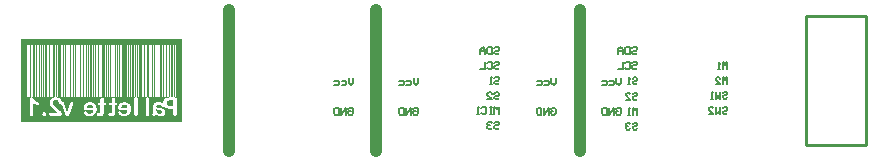
<source format=gbo>
G04 Layer_Color=32896*
%FSLAX25Y25*%
%MOIN*%
G70*
G01*
G75*
%ADD31C,0.01000*%
%ADD48C,0.00500*%
%ADD49C,0.03937*%
G36*
X77658Y9843D02*
X24016D01*
Y37500D01*
X77658D01*
Y9843D01*
D02*
G37*
%LPC*%
G36*
X36749Y35500D02*
X36526D01*
Y18128D01*
X36749D01*
Y35500D01*
D02*
G37*
G36*
X36302D02*
X36079D01*
Y18128D01*
X36302D01*
Y35500D01*
D02*
G37*
G36*
X38762D02*
X38315D01*
Y18128D01*
X38762D01*
Y35500D01*
D02*
G37*
G36*
X37867D02*
X37197D01*
Y18128D01*
X37867D01*
Y35500D01*
D02*
G37*
G36*
X33842D02*
X33619D01*
Y18128D01*
X33842D01*
Y35500D01*
D02*
G37*
G36*
X33172D02*
X32501D01*
Y18128D01*
X33172D01*
Y35500D01*
D02*
G37*
G36*
X35631D02*
X35184D01*
Y18128D01*
X35631D01*
Y35500D01*
D02*
G37*
G36*
X34737D02*
X34066D01*
Y18128D01*
X34737D01*
Y35500D01*
D02*
G37*
G36*
X39880D02*
X38985D01*
Y18128D01*
X39880D01*
Y35500D01*
D02*
G37*
G36*
X44576D02*
X43905D01*
Y18128D01*
X44576D01*
Y35500D01*
D02*
G37*
G36*
X43681D02*
X42787D01*
Y18128D01*
X43681D01*
Y35500D01*
D02*
G37*
G36*
X46141D02*
X45917D01*
Y18128D01*
X46141D01*
Y35500D01*
D02*
G37*
G36*
X45694D02*
X44799D01*
Y18128D01*
X45694D01*
Y35500D01*
D02*
G37*
G36*
X41221D02*
X40551D01*
Y18128D01*
X41221D01*
Y35500D01*
D02*
G37*
G36*
X40327D02*
X40104D01*
Y18128D01*
X40327D01*
Y35500D01*
D02*
G37*
G36*
X42563D02*
X42340D01*
Y18128D01*
X42563D01*
Y35500D01*
D02*
G37*
G36*
X41892D02*
X41669D01*
Y18128D01*
X41892D01*
Y35500D01*
D02*
G37*
G36*
X32054D02*
X31606D01*
Y18128D01*
X32054D01*
Y35500D01*
D02*
G37*
G36*
X58415Y16352D02*
X58305D01*
X58241Y16343D01*
X58178Y16334D01*
X58023Y16316D01*
X57841Y16279D01*
X57649Y16233D01*
X57458Y16161D01*
X57276Y16070D01*
X57267D01*
X57258Y16060D01*
X57194Y16015D01*
X57112Y15960D01*
X57012Y15869D01*
X56893Y15769D01*
X56775Y15641D01*
X56665Y15505D01*
X56565Y15341D01*
Y15332D01*
X56556Y15323D01*
X56529Y15268D01*
X56492Y15177D01*
X56447Y15067D01*
X56401Y14931D01*
X56365Y14776D01*
X56337Y14612D01*
X56328Y14439D01*
Y14421D01*
Y14366D01*
X56337Y14293D01*
X56356Y14211D01*
X56392Y14111D01*
X56429Y14020D01*
X56492Y13947D01*
X56574Y13883D01*
X56583Y13874D01*
X56620Y13865D01*
X56675Y13847D01*
X56748Y13828D01*
X56848Y13801D01*
X56966Y13783D01*
X57103Y13774D01*
X57258Y13765D01*
X59471D01*
Y13747D01*
Y13701D01*
X59462Y13628D01*
X59453Y13528D01*
X59435Y13428D01*
X59408Y13309D01*
X59371Y13191D01*
X59326Y13072D01*
X59316Y13063D01*
X59298Y13027D01*
X59262Y12972D01*
X59216Y12908D01*
X59162Y12835D01*
X59089Y12763D01*
X59016Y12699D01*
X58925Y12635D01*
X58916Y12626D01*
X58879Y12617D01*
X58825Y12589D01*
X58761Y12562D01*
X58679Y12535D01*
X58579Y12517D01*
X58469Y12498D01*
X58360Y12489D01*
X58287D01*
X58241Y12498D01*
X58123Y12508D01*
X57996Y12535D01*
X57986D01*
X57968Y12544D01*
X57932Y12553D01*
X57886Y12571D01*
X57786Y12617D01*
X57668Y12681D01*
X57658Y12690D01*
X57640Y12699D01*
X57613Y12717D01*
X57577Y12744D01*
X57476Y12817D01*
X57376Y12899D01*
X57367Y12908D01*
X57349Y12918D01*
X57321Y12945D01*
X57285Y12981D01*
X57230Y13027D01*
X57176Y13081D01*
X57030Y13218D01*
X57012Y13227D01*
X56966Y13255D01*
X56893Y13282D01*
X56784Y13291D01*
X56757D01*
X56720Y13282D01*
X56684D01*
X56593Y13246D01*
X56547Y13227D01*
X56502Y13191D01*
X56492D01*
X56483Y13173D01*
X56447Y13127D01*
X56410Y13045D01*
X56392Y12990D01*
Y12927D01*
Y12918D01*
Y12899D01*
X56401Y12863D01*
X56410Y12826D01*
X56419Y12772D01*
X56438Y12708D01*
X56474Y12635D01*
X56511Y12562D01*
X56520Y12553D01*
X56529Y12526D01*
X56565Y12489D01*
X56602Y12435D01*
X56647Y12380D01*
X56711Y12316D01*
X56784Y12243D01*
X56875Y12171D01*
X56884Y12161D01*
X56921Y12143D01*
X56975Y12107D01*
X57039Y12061D01*
X57130Y12016D01*
X57239Y11961D01*
X57358Y11915D01*
X57485Y11861D01*
X57504Y11852D01*
X57549Y11842D01*
X57622Y11824D01*
X57731Y11806D01*
X57850Y11779D01*
X57996Y11761D01*
X58160Y11751D01*
X58333Y11742D01*
X58433D01*
X58515Y11751D01*
X58606Y11761D01*
X58706Y11779D01*
X58825Y11797D01*
X58952Y11824D01*
X59225Y11897D01*
X59371Y11943D01*
X59508Y12007D01*
X59645Y12079D01*
X59781Y12161D01*
X59909Y12252D01*
X60027Y12362D01*
X60036Y12371D01*
X60054Y12389D01*
X60082Y12426D01*
X60118Y12471D01*
X60164Y12535D01*
X60218Y12617D01*
X60273Y12699D01*
X60328Y12808D01*
X60382Y12918D01*
X60437Y13045D01*
X60492Y13182D01*
X60537Y13337D01*
X60574Y13500D01*
X60601Y13665D01*
X60619Y13856D01*
X60628Y14047D01*
Y14056D01*
Y14065D01*
Y14093D01*
Y14129D01*
X60619Y14229D01*
X60610Y14348D01*
X60592Y14493D01*
X60565Y14648D01*
X60528Y14812D01*
X60483Y14976D01*
Y14986D01*
X60474Y14995D01*
X60455Y15049D01*
X60419Y15131D01*
X60373Y15231D01*
X60309Y15341D01*
X60237Y15468D01*
X60155Y15596D01*
X60054Y15714D01*
X60045Y15732D01*
X60000Y15769D01*
X59936Y15824D01*
X59854Y15887D01*
X59754Y15969D01*
X59635Y16042D01*
X59499Y16124D01*
X59344Y16188D01*
X59335D01*
X59326Y16197D01*
X59271Y16215D01*
X59180Y16243D01*
X59070Y16270D01*
X58934Y16297D01*
X58779Y16325D01*
X58597Y16343D01*
X58415Y16352D01*
D02*
G37*
G36*
X46959D02*
X46850D01*
X46786Y16343D01*
X46722Y16334D01*
X46567Y16316D01*
X46385Y16279D01*
X46194Y16233D01*
X46002Y16161D01*
X45820Y16070D01*
X45811D01*
X45802Y16060D01*
X45738Y16015D01*
X45656Y15960D01*
X45556Y15869D01*
X45437Y15769D01*
X45319Y15641D01*
X45210Y15505D01*
X45110Y15341D01*
Y15332D01*
X45100Y15323D01*
X45073Y15268D01*
X45037Y15177D01*
X44991Y15067D01*
X44945Y14931D01*
X44909Y14776D01*
X44882Y14612D01*
X44873Y14439D01*
Y14421D01*
Y14366D01*
X44882Y14293D01*
X44900Y14211D01*
X44936Y14111D01*
X44973Y14020D01*
X45037Y13947D01*
X45119Y13883D01*
X45128Y13874D01*
X45164Y13865D01*
X45219Y13847D01*
X45292Y13828D01*
X45392Y13801D01*
X45510Y13783D01*
X45647Y13774D01*
X45802Y13765D01*
X48016D01*
Y13747D01*
Y13701D01*
X48006Y13628D01*
X47997Y13528D01*
X47979Y13428D01*
X47952Y13309D01*
X47915Y13191D01*
X47870Y13072D01*
X47861Y13063D01*
X47842Y13027D01*
X47806Y12972D01*
X47760Y12908D01*
X47706Y12835D01*
X47633Y12763D01*
X47560Y12699D01*
X47469Y12635D01*
X47460Y12626D01*
X47423Y12617D01*
X47369Y12589D01*
X47305Y12562D01*
X47223Y12535D01*
X47123Y12517D01*
X47014Y12498D01*
X46904Y12489D01*
X46831D01*
X46786Y12498D01*
X46667Y12508D01*
X46540Y12535D01*
X46531D01*
X46512Y12544D01*
X46476Y12553D01*
X46431Y12571D01*
X46330Y12617D01*
X46212Y12681D01*
X46203Y12690D01*
X46185Y12699D01*
X46157Y12717D01*
X46121Y12744D01*
X46020Y12817D01*
X45920Y12899D01*
X45911Y12908D01*
X45893Y12918D01*
X45866Y12945D01*
X45829Y12981D01*
X45774Y13027D01*
X45720Y13081D01*
X45574Y13218D01*
X45556Y13227D01*
X45510Y13255D01*
X45437Y13282D01*
X45328Y13291D01*
X45301D01*
X45264Y13282D01*
X45228D01*
X45137Y13246D01*
X45091Y13227D01*
X45046Y13191D01*
X45037D01*
X45028Y13173D01*
X44991Y13127D01*
X44955Y13045D01*
X44936Y12990D01*
Y12927D01*
Y12918D01*
Y12899D01*
X44945Y12863D01*
X44955Y12826D01*
X44964Y12772D01*
X44982Y12708D01*
X45018Y12635D01*
X45055Y12562D01*
X45064Y12553D01*
X45073Y12526D01*
X45110Y12489D01*
X45146Y12435D01*
X45191Y12380D01*
X45255Y12316D01*
X45328Y12243D01*
X45419Y12171D01*
X45428Y12161D01*
X45465Y12143D01*
X45520Y12107D01*
X45583Y12061D01*
X45674Y12016D01*
X45784Y11961D01*
X45902Y11915D01*
X46030Y11861D01*
X46048Y11852D01*
X46093Y11842D01*
X46166Y11824D01*
X46276Y11806D01*
X46394Y11779D01*
X46540Y11761D01*
X46704Y11751D01*
X46877Y11742D01*
X46977D01*
X47059Y11751D01*
X47150Y11761D01*
X47250Y11779D01*
X47369Y11797D01*
X47496Y11824D01*
X47770Y11897D01*
X47915Y11943D01*
X48052Y12007D01*
X48189Y12079D01*
X48325Y12161D01*
X48453Y12252D01*
X48571Y12362D01*
X48580Y12371D01*
X48599Y12389D01*
X48626Y12426D01*
X48662Y12471D01*
X48708Y12535D01*
X48763Y12617D01*
X48817Y12699D01*
X48872Y12808D01*
X48927Y12918D01*
X48981Y13045D01*
X49036Y13182D01*
X49082Y13337D01*
X49118Y13500D01*
X49145Y13665D01*
X49163Y13856D01*
X49173Y14047D01*
Y14056D01*
Y14065D01*
Y14093D01*
Y14129D01*
X49163Y14229D01*
X49154Y14348D01*
X49136Y14493D01*
X49109Y14648D01*
X49072Y14812D01*
X49027Y14976D01*
Y14986D01*
X49018Y14995D01*
X49000Y15049D01*
X48963Y15131D01*
X48917Y15231D01*
X48854Y15341D01*
X48781Y15468D01*
X48699Y15596D01*
X48599Y15714D01*
X48590Y15732D01*
X48544Y15769D01*
X48480Y15824D01*
X48398Y15887D01*
X48298Y15969D01*
X48180Y16042D01*
X48043Y16124D01*
X47888Y16188D01*
X47879D01*
X47870Y16197D01*
X47815Y16215D01*
X47724Y16243D01*
X47615Y16270D01*
X47478Y16297D01*
X47323Y16325D01*
X47141Y16343D01*
X46959Y16352D01*
D02*
G37*
G36*
X54828Y17883D02*
X54792D01*
X54746Y17873D01*
X54701Y17864D01*
X54637Y17846D01*
X54573Y17810D01*
X54500Y17773D01*
X54437Y17718D01*
X54427Y17709D01*
X54418Y17700D01*
X54373Y17646D01*
X54327Y17564D01*
X54291Y17454D01*
Y17445D01*
X54282Y17427D01*
Y17391D01*
X54273Y17345D01*
X54264Y17281D01*
Y17199D01*
X54254Y17108D01*
Y17008D01*
Y16243D01*
X53808D01*
X53763Y16233D01*
X53708Y16224D01*
X53589Y16197D01*
X53535Y16161D01*
X53480Y16124D01*
X53471Y16115D01*
X53462Y16106D01*
X53444Y16079D01*
X53416Y16051D01*
X53371Y15951D01*
X53362Y15897D01*
X53352Y15833D01*
Y15824D01*
Y15796D01*
X53362Y15760D01*
X53371Y15705D01*
X53398Y15660D01*
X53425Y15605D01*
X53471Y15550D01*
X53535Y15514D01*
X53544D01*
X53571Y15505D01*
X53608Y15486D01*
X53662Y15477D01*
X53735Y15459D01*
X53826Y15441D01*
X53926Y15432D01*
X54254D01*
Y13346D01*
Y13337D01*
Y13300D01*
Y13255D01*
Y13200D01*
X54245Y13063D01*
Y13000D01*
X54236Y12936D01*
Y12927D01*
Y12908D01*
X54218Y12854D01*
X54191Y12772D01*
X54145Y12699D01*
X54127Y12690D01*
X54081Y12662D01*
X53999Y12626D01*
X53945Y12617D01*
X53808D01*
X53726Y12626D01*
X53608Y12644D01*
X53598D01*
X53580Y12653D01*
X53544D01*
X53507Y12662D01*
X53425Y12672D01*
X53343Y12681D01*
X53316D01*
X53261Y12672D01*
X53179Y12635D01*
X53143Y12608D01*
X53097Y12571D01*
X53088Y12562D01*
X53079Y12553D01*
X53043Y12498D01*
X53006Y12407D01*
X52988Y12353D01*
Y12298D01*
Y12289D01*
Y12252D01*
X53006Y12207D01*
X53025Y12143D01*
X53061Y12079D01*
X53116Y12007D01*
X53189Y11943D01*
X53289Y11879D01*
X53298Y11870D01*
X53343Y11861D01*
X53407Y11833D01*
X53507Y11815D01*
X53626Y11788D01*
X53772Y11761D01*
X53945Y11751D01*
X54145Y11742D01*
X54227D01*
X54327Y11751D01*
X54446Y11761D01*
X54573Y11788D01*
X54710Y11815D01*
X54837Y11861D01*
X54947Y11915D01*
X54956Y11925D01*
X54992Y11952D01*
X55038Y11988D01*
X55093Y12043D01*
X55156Y12116D01*
X55211Y12198D01*
X55266Y12298D01*
X55302Y12407D01*
Y12426D01*
X55311Y12462D01*
X55329Y12535D01*
X55339Y12635D01*
X55357Y12754D01*
X55375Y12899D01*
X55384Y13063D01*
Y13255D01*
Y15432D01*
X55575D01*
X55621Y15441D01*
X55676Y15450D01*
X55803Y15477D01*
X55858Y15505D01*
X55912Y15541D01*
X55922Y15550D01*
X55931Y15559D01*
X55949Y15587D01*
X55976Y15623D01*
X56022Y15714D01*
X56031Y15769D01*
X56040Y15833D01*
Y15842D01*
Y15860D01*
X56031Y15897D01*
X56022Y15942D01*
X56003Y15988D01*
X55985Y16033D01*
X55949Y16079D01*
X55903Y16124D01*
X55894Y16133D01*
X55876Y16142D01*
X55849Y16161D01*
X55803Y16188D01*
X55748Y16206D01*
X55676Y16224D01*
X55603Y16233D01*
X55512Y16243D01*
X55384D01*
Y16917D01*
Y16926D01*
Y16962D01*
Y17008D01*
Y17072D01*
Y17217D01*
X55375Y17281D01*
Y17345D01*
Y17354D01*
Y17372D01*
X55366Y17400D01*
X55357Y17436D01*
X55329Y17527D01*
X55293Y17618D01*
Y17627D01*
X55284Y17637D01*
X55247Y17691D01*
X55193Y17746D01*
X55111Y17810D01*
X55102D01*
X55093Y17819D01*
X55065Y17837D01*
X55029Y17846D01*
X54938Y17873D01*
X54828Y17883D01*
D02*
G37*
G36*
X51010D02*
X50973D01*
X50928Y17873D01*
X50882Y17864D01*
X50818Y17846D01*
X50755Y17810D01*
X50682Y17773D01*
X50618Y17718D01*
X50609Y17709D01*
X50600Y17700D01*
X50554Y17646D01*
X50509Y17564D01*
X50472Y17454D01*
Y17445D01*
X50463Y17427D01*
Y17391D01*
X50454Y17345D01*
X50445Y17281D01*
Y17199D01*
X50436Y17108D01*
Y17008D01*
Y16243D01*
X49989D01*
X49944Y16233D01*
X49889Y16224D01*
X49771Y16197D01*
X49716Y16161D01*
X49661Y16124D01*
X49652Y16115D01*
X49643Y16106D01*
X49625Y16079D01*
X49598Y16051D01*
X49552Y15951D01*
X49543Y15897D01*
X49534Y15833D01*
Y15824D01*
Y15796D01*
X49543Y15760D01*
X49552Y15705D01*
X49580Y15660D01*
X49607Y15605D01*
X49652Y15550D01*
X49716Y15514D01*
X49725D01*
X49753Y15505D01*
X49789Y15486D01*
X49844Y15477D01*
X49916Y15459D01*
X50008Y15441D01*
X50108Y15432D01*
X50436D01*
Y13346D01*
Y13337D01*
Y13300D01*
Y13255D01*
Y13200D01*
X50427Y13063D01*
Y13000D01*
X50418Y12936D01*
Y12927D01*
Y12908D01*
X50399Y12854D01*
X50372Y12772D01*
X50327Y12699D01*
X50308Y12690D01*
X50263Y12662D01*
X50181Y12626D01*
X50126Y12617D01*
X49989D01*
X49907Y12626D01*
X49789Y12644D01*
X49780D01*
X49762Y12653D01*
X49725D01*
X49689Y12662D01*
X49607Y12672D01*
X49525Y12681D01*
X49498D01*
X49443Y12672D01*
X49361Y12635D01*
X49324Y12608D01*
X49279Y12571D01*
X49270Y12562D01*
X49261Y12553D01*
X49224Y12498D01*
X49188Y12407D01*
X49169Y12353D01*
Y12298D01*
Y12289D01*
Y12252D01*
X49188Y12207D01*
X49206Y12143D01*
X49242Y12079D01*
X49297Y12007D01*
X49370Y11943D01*
X49470Y11879D01*
X49479Y11870D01*
X49525Y11861D01*
X49589Y11833D01*
X49689Y11815D01*
X49807Y11788D01*
X49953Y11761D01*
X50126Y11751D01*
X50327Y11742D01*
X50409D01*
X50509Y11751D01*
X50627Y11761D01*
X50755Y11788D01*
X50891Y11815D01*
X51019Y11861D01*
X51128Y11915D01*
X51137Y11925D01*
X51174Y11952D01*
X51219Y11988D01*
X51274Y12043D01*
X51338Y12116D01*
X51392Y12198D01*
X51447Y12298D01*
X51484Y12407D01*
Y12426D01*
X51493Y12462D01*
X51511Y12535D01*
X51520Y12635D01*
X51538Y12754D01*
X51556Y12899D01*
X51565Y13063D01*
Y13255D01*
Y15432D01*
X51757D01*
X51802Y15441D01*
X51857Y15450D01*
X51985Y15477D01*
X52039Y15505D01*
X52094Y15541D01*
X52103Y15550D01*
X52112Y15559D01*
X52130Y15587D01*
X52158Y15623D01*
X52203Y15714D01*
X52212Y15769D01*
X52221Y15833D01*
Y15842D01*
Y15860D01*
X52212Y15897D01*
X52203Y15942D01*
X52185Y15988D01*
X52167Y16033D01*
X52130Y16079D01*
X52085Y16124D01*
X52076Y16133D01*
X52057Y16142D01*
X52030Y16161D01*
X51985Y16188D01*
X51930Y16206D01*
X51857Y16224D01*
X51784Y16233D01*
X51693Y16243D01*
X51565D01*
Y16917D01*
Y16926D01*
Y16962D01*
Y17008D01*
Y17072D01*
Y17217D01*
X51556Y17281D01*
Y17345D01*
Y17354D01*
Y17372D01*
X51547Y17400D01*
X51538Y17436D01*
X51511Y17527D01*
X51474Y17618D01*
Y17627D01*
X51465Y17637D01*
X51429Y17691D01*
X51374Y17746D01*
X51292Y17810D01*
X51283D01*
X51274Y17819D01*
X51247Y17837D01*
X51210Y17846D01*
X51119Y17873D01*
X51010Y17883D01*
D02*
G37*
G36*
X35530Y17964D02*
X35421D01*
X35366Y17955D01*
X35303D01*
X35157Y17937D01*
X34984Y17919D01*
X34802Y17883D01*
X34619Y17828D01*
X34446Y17764D01*
X34437Y17755D01*
X34401Y17737D01*
X34346Y17709D01*
X34273Y17664D01*
X34191Y17609D01*
X34109Y17545D01*
X34018Y17472D01*
X33936Y17391D01*
X33927Y17381D01*
X33900Y17354D01*
X33854Y17299D01*
X33809Y17236D01*
X33754Y17163D01*
X33690Y17072D01*
X33636Y16962D01*
X33590Y16853D01*
X33581Y16844D01*
X33572Y16798D01*
X33553Y16744D01*
X33526Y16662D01*
X33499Y16571D01*
X33481Y16461D01*
X33472Y16343D01*
X33462Y16224D01*
Y16215D01*
Y16197D01*
Y16170D01*
Y16133D01*
X33472Y16042D01*
X33499Y15915D01*
X33526Y15769D01*
X33572Y15614D01*
X33636Y15450D01*
X33727Y15286D01*
X33736Y15268D01*
X33772Y15213D01*
X33818Y15140D01*
X33891Y15049D01*
X33964Y14940D01*
X34055Y14831D01*
X34146Y14721D01*
X34246Y14621D01*
X34255Y14612D01*
X34301Y14575D01*
X34364Y14521D01*
X34455Y14439D01*
X34583Y14339D01*
X34738Y14202D01*
X34920Y14056D01*
X35139Y13874D01*
X35148Y13865D01*
X35166Y13856D01*
X35193Y13828D01*
X35239Y13792D01*
X35348Y13701D01*
X35476Y13582D01*
X35622Y13455D01*
X35758Y13327D01*
X35886Y13200D01*
X35940Y13136D01*
X35986Y13081D01*
Y13072D01*
X36004Y13063D01*
X36050Y13009D01*
X36113Y12927D01*
X36195Y12817D01*
X33973D01*
X33918Y12808D01*
X33845Y12799D01*
X33763Y12781D01*
X33681Y12763D01*
X33599Y12726D01*
X33535Y12681D01*
X33526Y12672D01*
X33508Y12653D01*
X33481Y12626D01*
X33444Y12589D01*
X33417Y12535D01*
X33390Y12471D01*
X33371Y12407D01*
X33362Y12325D01*
Y12316D01*
Y12289D01*
X33371Y12252D01*
X33380Y12207D01*
X33399Y12152D01*
X33417Y12088D01*
X33453Y12034D01*
X33499Y11979D01*
X33508Y11970D01*
X33526Y11961D01*
X33553Y11934D01*
X33599Y11915D01*
X33663Y11888D01*
X33727Y11861D01*
X33809Y11852D01*
X33909Y11842D01*
X37015D01*
X37070Y11852D01*
X37134Y11861D01*
X37216Y11879D01*
X37298Y11915D01*
X37380Y11952D01*
X37453Y12007D01*
X37462Y12016D01*
X37480Y12034D01*
X37507Y12070D01*
X37535Y12125D01*
X37571Y12180D01*
X37598Y12252D01*
X37617Y12335D01*
X37626Y12416D01*
Y12426D01*
Y12444D01*
X37617Y12480D01*
X37607Y12517D01*
X37598Y12580D01*
X37580Y12644D01*
X37553Y12717D01*
X37516Y12808D01*
X37507Y12817D01*
X37498Y12854D01*
X37471Y12890D01*
X37444Y12954D01*
X37361Y13081D01*
X37316Y13145D01*
X37270Y13200D01*
X37261Y13209D01*
X37243Y13227D01*
X37216Y13255D01*
X37179Y13300D01*
X37125Y13346D01*
X37070Y13400D01*
X36933Y13537D01*
X36779Y13692D01*
X36615Y13856D01*
X36441Y14020D01*
X36268Y14175D01*
X36259Y14184D01*
X36250Y14193D01*
X36195Y14239D01*
X36113Y14311D01*
X36022Y14393D01*
X35913Y14484D01*
X35813Y14575D01*
X35713Y14658D01*
X35631Y14721D01*
X35612Y14730D01*
X35576Y14767D01*
X35512Y14812D01*
X35430Y14867D01*
X35348Y14940D01*
X35248Y15022D01*
X35157Y15113D01*
X35066Y15204D01*
X35057Y15213D01*
X35029Y15250D01*
X34984Y15295D01*
X34938Y15359D01*
X34884Y15432D01*
X34820Y15523D01*
X34765Y15614D01*
X34720Y15705D01*
X34710Y15714D01*
X34701Y15751D01*
X34683Y15796D01*
X34656Y15860D01*
X34638Y15942D01*
X34619Y16024D01*
X34610Y16115D01*
X34601Y16206D01*
Y16215D01*
Y16252D01*
X34610Y16297D01*
X34619Y16361D01*
X34628Y16434D01*
X34656Y16516D01*
X34683Y16598D01*
X34729Y16680D01*
X34738Y16689D01*
X34756Y16716D01*
X34783Y16753D01*
X34820Y16798D01*
X34865Y16853D01*
X34929Y16908D01*
X34993Y16962D01*
X35075Y17008D01*
X35084Y17017D01*
X35111Y17026D01*
X35157Y17044D01*
X35212Y17072D01*
X35284Y17090D01*
X35366Y17108D01*
X35458Y17117D01*
X35549Y17126D01*
X35603D01*
X35640Y17117D01*
X35740Y17099D01*
X35858Y17063D01*
X35995Y17008D01*
X36141Y16926D01*
X36214Y16871D01*
X36277Y16807D01*
X36341Y16725D01*
X36405Y16644D01*
X36414Y16625D01*
X36423Y16607D01*
X36441Y16580D01*
X36460Y16534D01*
X36487Y16470D01*
X36514Y16398D01*
X36551Y16297D01*
Y16288D01*
X36569Y16252D01*
X36587Y16206D01*
X36615Y16142D01*
X36678Y16006D01*
X36724Y15933D01*
X36769Y15869D01*
X36779Y15860D01*
X36788Y15851D01*
X36815Y15824D01*
X36860Y15796D01*
X36906Y15769D01*
X36970Y15751D01*
X37043Y15732D01*
X37125Y15723D01*
X37161D01*
X37198Y15732D01*
X37243Y15742D01*
X37298Y15760D01*
X37321Y15766D01*
X37322Y15760D01*
X37340Y15687D01*
Y15669D01*
X37358Y15623D01*
X37377Y15568D01*
X37404Y15496D01*
X37413Y15477D01*
X37431Y15441D01*
X37450Y15377D01*
X37486Y15295D01*
X38570Y12608D01*
Y12599D01*
X38579Y12589D01*
X38588Y12562D01*
X38597Y12526D01*
X38643Y12435D01*
X38688Y12307D01*
Y12298D01*
X38698Y12280D01*
X38716Y12243D01*
X38734Y12207D01*
X38789Y12107D01*
X38853Y12007D01*
Y11997D01*
X38871Y11988D01*
X38916Y11934D01*
X38989Y11870D01*
X39080Y11815D01*
X39089D01*
X39099Y11806D01*
X39126Y11797D01*
X39162Y11779D01*
X39263Y11751D01*
X39390Y11742D01*
X39426D01*
X39472Y11751D01*
X39527Y11761D01*
X39654Y11788D01*
X39718Y11815D01*
X39773Y11852D01*
X39782Y11861D01*
X39800Y11870D01*
X39855Y11925D01*
X39928Y11997D01*
X39991Y12088D01*
Y12098D01*
X40000Y12116D01*
X40019Y12152D01*
X40046Y12198D01*
X40073Y12271D01*
X40110Y12362D01*
X40164Y12471D01*
X40219Y12608D01*
X41294Y15268D01*
Y15277D01*
X41303Y15286D01*
X41321Y15332D01*
X41339Y15395D01*
X41376Y15468D01*
Y15477D01*
X41385Y15486D01*
X41394Y15532D01*
X41421Y15596D01*
X41440Y15669D01*
Y15678D01*
Y15687D01*
X41449Y15732D01*
X41458Y15796D01*
Y15851D01*
Y15860D01*
Y15869D01*
X41449Y15924D01*
X41431Y15997D01*
X41394Y16079D01*
Y16088D01*
X41385Y16097D01*
X41339Y16152D01*
X41285Y16206D01*
X41203Y16270D01*
X41194D01*
X41185Y16279D01*
X41157Y16297D01*
X41121Y16306D01*
X41030Y16334D01*
X40930Y16343D01*
X40884D01*
X40839Y16334D01*
X40775Y16325D01*
X40711Y16306D01*
X40647Y16270D01*
X40593Y16233D01*
X40547Y16179D01*
X40538Y16170D01*
X40529Y16152D01*
X40501Y16106D01*
X40474Y16051D01*
X40438Y15969D01*
X40401Y15878D01*
X40356Y15769D01*
X40310Y15632D01*
X39390Y13063D01*
X38406Y15742D01*
X38397Y15760D01*
X38388Y15796D01*
X38361Y15851D01*
X38333Y15924D01*
X38260Y16079D01*
X38215Y16152D01*
X38178Y16206D01*
X38169Y16215D01*
X38160Y16224D01*
X38133Y16252D01*
X38087Y16279D01*
X38042Y16297D01*
X37978Y16325D01*
X37914Y16334D01*
X37832Y16343D01*
X37796D01*
X37759Y16334D01*
X37705Y16325D01*
X37650Y16306D01*
X37607Y16288D01*
X37598Y16343D01*
X37589Y16416D01*
X37580Y16507D01*
X37553Y16607D01*
X37525Y16716D01*
X37480Y16835D01*
X37471Y16853D01*
X37453Y16890D01*
X37425Y16944D01*
X37380Y17017D01*
X37334Y17108D01*
X37261Y17199D01*
X37188Y17299D01*
X37097Y17391D01*
X37088Y17400D01*
X37052Y17436D01*
X36997Y17482D01*
X36924Y17536D01*
X36824Y17600D01*
X36715Y17673D01*
X36587Y17737D01*
X36450Y17800D01*
X36441D01*
X36432Y17810D01*
X36378Y17828D01*
X36296Y17855D01*
X36186Y17883D01*
X36050Y17910D01*
X35895Y17937D01*
X35722Y17955D01*
X35530Y17964D01*
D02*
G37*
G36*
X31753Y12990D02*
X31707D01*
X31662Y12981D01*
X31598Y12972D01*
X31525Y12945D01*
X31452Y12918D01*
X31379Y12872D01*
X31306Y12808D01*
X31297Y12799D01*
X31279Y12772D01*
X31243Y12735D01*
X31206Y12690D01*
X31179Y12626D01*
X31142Y12544D01*
X31124Y12462D01*
X31115Y12371D01*
Y12362D01*
Y12325D01*
X31124Y12271D01*
X31142Y12198D01*
X31161Y12125D01*
X31197Y12052D01*
X31243Y11970D01*
X31306Y11906D01*
X31315Y11897D01*
X31343Y11879D01*
X31379Y11852D01*
X31425Y11824D01*
X31489Y11797D01*
X31561Y11770D01*
X31644Y11751D01*
X31735Y11742D01*
X31780D01*
X31826Y11751D01*
X31890Y11761D01*
X31962Y11779D01*
X32035Y11815D01*
X32108Y11852D01*
X32181Y11906D01*
X32190Y11915D01*
X32208Y11934D01*
X32236Y11970D01*
X32272Y12025D01*
X32309Y12088D01*
X32336Y12171D01*
X32354Y12262D01*
X32363Y12371D01*
Y12380D01*
Y12416D01*
X32354Y12462D01*
X32345Y12517D01*
X32318Y12580D01*
X32290Y12653D01*
X32245Y12726D01*
X32190Y12799D01*
X32181Y12808D01*
X32154Y12826D01*
X32117Y12863D01*
X32063Y12899D01*
X31999Y12927D01*
X31926Y12963D01*
X31844Y12981D01*
X31753Y12990D01*
D02*
G37*
G36*
X66125Y18028D02*
X66079D01*
X66034Y18019D01*
X65979Y18010D01*
X65915Y17983D01*
X65842Y17955D01*
X65778Y17910D01*
X65715Y17855D01*
X65706Y17846D01*
X65687Y17819D01*
X65660Y17782D01*
X65633Y17728D01*
X65605Y17655D01*
X65578Y17564D01*
X65560Y17454D01*
X65551Y17336D01*
Y12426D01*
Y12407D01*
Y12371D01*
X65560Y12307D01*
X65569Y12234D01*
X65587Y12143D01*
X65624Y12061D01*
X65660Y11979D01*
X65715Y11906D01*
X65724Y11897D01*
X65742Y11879D01*
X65778Y11852D01*
X65824Y11824D01*
X65879Y11797D01*
X65952Y11770D01*
X66034Y11751D01*
X66125Y11742D01*
X66161D01*
X66207Y11751D01*
X66270Y11761D01*
X66334Y11788D01*
X66398Y11815D01*
X66462Y11861D01*
X66526Y11915D01*
X66535Y11925D01*
X66553Y11952D01*
X66571Y11988D01*
X66598Y12052D01*
X66635Y12116D01*
X66653Y12207D01*
X66671Y12307D01*
X66680Y12426D01*
Y17336D01*
Y17354D01*
Y17391D01*
X66671Y17454D01*
X66662Y17527D01*
X66644Y17609D01*
X66617Y17691D01*
X66580Y17773D01*
X66535Y17846D01*
X66526Y17855D01*
X66507Y17873D01*
X66471Y17901D01*
X66425Y17937D01*
X66371Y17974D01*
X66298Y18001D01*
X66216Y18019D01*
X66125Y18028D01*
D02*
G37*
G36*
X62306D02*
X62261D01*
X62215Y18019D01*
X62160Y18010D01*
X62097Y17983D01*
X62024Y17955D01*
X61960Y17910D01*
X61896Y17855D01*
X61887Y17846D01*
X61869Y17819D01*
X61841Y17782D01*
X61814Y17728D01*
X61787Y17655D01*
X61760Y17564D01*
X61741Y17454D01*
X61732Y17336D01*
Y12426D01*
Y12407D01*
Y12371D01*
X61741Y12307D01*
X61750Y12234D01*
X61769Y12143D01*
X61805Y12061D01*
X61841Y11979D01*
X61896Y11906D01*
X61905Y11897D01*
X61923Y11879D01*
X61960Y11852D01*
X62005Y11824D01*
X62060Y11797D01*
X62133Y11770D01*
X62215Y11751D01*
X62306Y11742D01*
X62343D01*
X62388Y11751D01*
X62452Y11761D01*
X62516Y11788D01*
X62579Y11815D01*
X62643Y11861D01*
X62707Y11915D01*
X62716Y11925D01*
X62734Y11952D01*
X62752Y11988D01*
X62780Y12052D01*
X62816Y12116D01*
X62835Y12207D01*
X62853Y12307D01*
X62862Y12426D01*
Y17336D01*
Y17354D01*
Y17391D01*
X62853Y17454D01*
X62844Y17527D01*
X62825Y17609D01*
X62798Y17691D01*
X62762Y17773D01*
X62716Y17846D01*
X62707Y17855D01*
X62689Y17873D01*
X62652Y17901D01*
X62607Y17937D01*
X62552Y17974D01*
X62479Y18001D01*
X62397Y18019D01*
X62306Y18028D01*
D02*
G37*
G36*
X27483Y17964D02*
X27383D01*
X27347Y17955D01*
X27292Y17946D01*
X27237Y17919D01*
X27174Y17892D01*
X27119Y17846D01*
X27064Y17791D01*
X27055Y17782D01*
X27046Y17764D01*
X27019Y17718D01*
X26991Y17664D01*
X26973Y17600D01*
X26946Y17518D01*
X26937Y17427D01*
X26928Y17318D01*
Y12571D01*
Y12562D01*
Y12535D01*
Y12498D01*
X26937Y12444D01*
X26946Y12380D01*
X26955Y12307D01*
X27000Y12161D01*
X27064Y12007D01*
X27110Y11934D01*
X27174Y11870D01*
X27237Y11815D01*
X27310Y11779D01*
X27401Y11751D01*
X27501Y11742D01*
X27547D01*
X27593Y11751D01*
X27647Y11761D01*
X27711Y11779D01*
X27784Y11815D01*
X27848Y11852D01*
X27911Y11906D01*
X27920Y11915D01*
X27930Y11943D01*
X27957Y11979D01*
X27984Y12034D01*
X28012Y12107D01*
X28030Y12189D01*
X28048Y12289D01*
X28057Y12407D01*
Y16188D01*
X28066Y16179D01*
X28103Y16152D01*
X28157Y16115D01*
X28230Y16060D01*
X28312Y15997D01*
X28413Y15933D01*
X28513Y15860D01*
X28631Y15787D01*
X28868Y15632D01*
X28986Y15568D01*
X29105Y15505D01*
X29214Y15450D01*
X29314Y15414D01*
X29406Y15386D01*
X29478Y15377D01*
X29506D01*
X29542Y15386D01*
X29579Y15395D01*
X29633Y15414D01*
X29679Y15432D01*
X29733Y15468D01*
X29788Y15514D01*
X29797Y15523D01*
X29806Y15541D01*
X29834Y15568D01*
X29852Y15605D01*
X29906Y15705D01*
X29916Y15769D01*
X29925Y15833D01*
Y15842D01*
Y15869D01*
X29916Y15906D01*
X29906Y15951D01*
X29870Y16051D01*
X29843Y16097D01*
X29797Y16142D01*
X29788Y16152D01*
X29770Y16161D01*
X29733Y16179D01*
X29688Y16215D01*
X29624Y16252D01*
X29542Y16297D01*
X29442Y16352D01*
X29324Y16407D01*
X29314D01*
X29305Y16416D01*
X29278Y16434D01*
X29241Y16452D01*
X29150Y16498D01*
X29032Y16562D01*
X28904Y16634D01*
X28777Y16716D01*
X28640Y16807D01*
X28522Y16899D01*
X28513Y16908D01*
X28467Y16944D01*
X28413Y16999D01*
X28340Y17072D01*
X28258Y17154D01*
X28176Y17254D01*
X28084Y17363D01*
X27993Y17482D01*
X27984Y17500D01*
X27957Y17536D01*
X27911Y17591D01*
X27866Y17655D01*
X27811Y17728D01*
X27766Y17791D01*
X27720Y17846D01*
X27684Y17883D01*
X27665Y17892D01*
X27620Y17928D01*
X27584Y17937D01*
X27538Y17955D01*
X27483Y17964D01*
D02*
G37*
G36*
X30041Y35500D02*
X29147D01*
Y18128D01*
X30041D01*
Y35500D01*
D02*
G37*
G36*
X28923D02*
X28476D01*
Y18128D01*
X28923D01*
Y35500D01*
D02*
G37*
G36*
X31383D02*
X30935D01*
Y18128D01*
X31383D01*
Y35500D01*
D02*
G37*
G36*
X30712D02*
X30265D01*
Y18128D01*
X30712D01*
Y35500D01*
D02*
G37*
G36*
X26463D02*
X26016D01*
Y18128D01*
X26463D01*
Y35500D01*
D02*
G37*
G36*
X75142Y17928D02*
X73384D01*
X73311Y17919D01*
X73156D01*
X72983Y17901D01*
X72810Y17883D01*
X72637Y17855D01*
X72482Y17819D01*
X72464Y17810D01*
X72418Y17800D01*
X72345Y17773D01*
X72263Y17737D01*
X72163Y17682D01*
X72054Y17627D01*
X71944Y17545D01*
X71835Y17463D01*
X71826Y17454D01*
X71789Y17418D01*
X71744Y17372D01*
X71680Y17299D01*
X71616Y17217D01*
X71544Y17117D01*
X71480Y17008D01*
X71425Y16880D01*
X71416Y16862D01*
X71398Y16817D01*
X71380Y16744D01*
X71352Y16653D01*
X71325Y16534D01*
X71298Y16407D01*
X71289Y16261D01*
X71279Y16097D01*
Y16088D01*
Y16060D01*
Y16060D01*
X71210Y16097D01*
X71055Y16170D01*
X71046D01*
X71036Y16179D01*
X71009Y16188D01*
X70973Y16197D01*
X70927Y16215D01*
X70872Y16224D01*
X70745Y16261D01*
X70581Y16297D01*
X70390Y16325D01*
X70171Y16343D01*
X69934Y16352D01*
X69807D01*
X69752Y16343D01*
X69679D01*
X69506Y16334D01*
X69315Y16306D01*
X69123Y16279D01*
X68932Y16233D01*
X68759Y16170D01*
X68750D01*
X68741Y16161D01*
X68686Y16133D01*
X68613Y16097D01*
X68522Y16033D01*
X68422Y15960D01*
X68322Y15860D01*
X68231Y15751D01*
X68158Y15614D01*
X68149Y15596D01*
X68130Y15541D01*
X68103Y15459D01*
X68067Y15341D01*
X68039Y15195D01*
X68012Y15022D01*
X67994Y14831D01*
X67985Y14603D01*
Y14585D01*
Y14539D01*
Y14457D01*
Y14366D01*
Y14257D01*
Y14147D01*
Y14029D01*
Y13920D01*
Y13911D01*
Y13874D01*
Y13819D01*
Y13737D01*
Y13646D01*
Y13546D01*
Y13437D01*
Y13309D01*
Y13291D01*
Y13255D01*
X67975Y13191D01*
Y13109D01*
X67957Y13009D01*
X67939Y12890D01*
X67921Y12772D01*
X67884Y12644D01*
X67875Y12626D01*
X67866Y12589D01*
X67848Y12526D01*
X67830Y12462D01*
X67812Y12380D01*
X67793Y12307D01*
X67775Y12243D01*
Y12198D01*
Y12189D01*
Y12171D01*
X67784Y12134D01*
X67793Y12098D01*
X67812Y12043D01*
X67848Y11988D01*
X67884Y11934D01*
X67939Y11879D01*
X67948Y11870D01*
X67966Y11861D01*
X68003Y11833D01*
X68048Y11815D01*
X68103Y11788D01*
X68167Y11761D01*
X68240Y11751D01*
X68313Y11742D01*
X68340D01*
X68376Y11751D01*
X68422Y11761D01*
X68476Y11779D01*
X68531Y11806D01*
X68595Y11842D01*
X68659Y11897D01*
X68668Y11906D01*
X68686Y11925D01*
X68722Y11970D01*
X68768Y12016D01*
X68814Y12088D01*
X68877Y12171D01*
X68941Y12262D01*
X69014Y12371D01*
X69032Y12353D01*
X69087Y12316D01*
X69160Y12262D01*
X69269Y12189D01*
X69388Y12116D01*
X69524Y12034D01*
X69670Y11961D01*
X69816Y11897D01*
X69834Y11888D01*
X69880Y11870D01*
X69962Y11852D01*
X70062Y11824D01*
X70189Y11788D01*
X70335Y11770D01*
X70499Y11751D01*
X70672Y11742D01*
X70745D01*
X70827Y11751D01*
X70927Y11761D01*
X71055Y11779D01*
X71182Y11815D01*
X71310Y11852D01*
X71437Y11906D01*
X71456Y11915D01*
X71492Y11943D01*
X71547Y11979D01*
X71619Y12034D01*
X71702Y12098D01*
X71793Y12180D01*
X71875Y12271D01*
X71947Y12371D01*
X71957Y12389D01*
X71975Y12426D01*
X72002Y12480D01*
X72029Y12562D01*
X72066Y12662D01*
X72093Y12772D01*
X72111Y12890D01*
X72121Y13018D01*
Y13027D01*
Y13036D01*
Y13063D01*
X72111Y13100D01*
X72102Y13182D01*
X72084Y13291D01*
X72048Y13419D01*
X71993Y13546D01*
X71929Y13683D01*
X71829Y13810D01*
X71811Y13828D01*
X71774Y13865D01*
X71711Y13920D01*
X71619Y13993D01*
X71501Y14065D01*
X71364Y14129D01*
X71200Y14202D01*
X71018Y14248D01*
X71009D01*
X70991Y14257D01*
X70964D01*
X70909Y14275D01*
X70845Y14284D01*
X70745Y14302D01*
X70636Y14330D01*
X70490Y14357D01*
X70472D01*
X70417Y14375D01*
X70335Y14393D01*
X70235Y14412D01*
X70126Y14439D01*
X69998Y14466D01*
X69880Y14493D01*
X69761Y14521D01*
X69743D01*
X69706Y14530D01*
X69643Y14548D01*
X69561Y14575D01*
X69460Y14594D01*
X69342Y14630D01*
X69224Y14667D01*
X69087Y14703D01*
Y14712D01*
Y14721D01*
X69096Y14776D01*
X69105Y14858D01*
X69123Y14949D01*
X69142Y15058D01*
X69178Y15168D01*
X69224Y15268D01*
X69278Y15359D01*
X69287Y15368D01*
X69306Y15395D01*
X69351Y15423D01*
X69415Y15468D01*
X69506Y15505D01*
X69624Y15532D01*
X69761Y15559D01*
X69934Y15568D01*
X70007D01*
X70080Y15559D01*
X70171Y15550D01*
X70280Y15541D01*
X70390Y15514D01*
X70490Y15486D01*
X70581Y15441D01*
X70590Y15432D01*
X70617Y15423D01*
X70654Y15386D01*
X70709Y15350D01*
X70772Y15304D01*
X70827Y15240D01*
X70891Y15168D01*
X70955Y15077D01*
X70964Y15067D01*
X70982Y15040D01*
X71009Y14995D01*
X71036Y14949D01*
X71109Y14849D01*
X71146Y14803D01*
X71173Y14767D01*
X71182Y14758D01*
X71200Y14749D01*
X71228Y14730D01*
X71273Y14721D01*
X71319Y14703D01*
X71383Y14694D01*
X71483D01*
X71519Y14703D01*
X71565Y14712D01*
X71674Y14749D01*
X71729Y14776D01*
X71749Y14789D01*
X71753Y14785D01*
X71853Y14685D01*
X71862Y14676D01*
X71881Y14667D01*
X71917Y14639D01*
X71963Y14612D01*
X72017Y14575D01*
X72090Y14539D01*
X72181Y14493D01*
X72281Y14448D01*
X72400Y14402D01*
X72527Y14357D01*
X72664Y14320D01*
X72819Y14284D01*
X72983Y14257D01*
X73165Y14229D01*
X73356Y14220D01*
X73566Y14211D01*
X74686D01*
Y12489D01*
Y12471D01*
Y12426D01*
X74696Y12362D01*
X74705Y12280D01*
X74732Y12189D01*
X74759Y12098D01*
X74805Y12007D01*
X74869Y11925D01*
X74878Y11915D01*
X74896Y11897D01*
X74942Y11870D01*
X74987Y11833D01*
X75051Y11797D01*
X75124Y11770D01*
X75215Y11751D01*
X75306Y11742D01*
X75352D01*
X75397Y11751D01*
X75461Y11770D01*
X75534Y11788D01*
X75607Y11815D01*
X75679Y11861D01*
X75752Y11925D01*
X75761Y11934D01*
X75780Y11961D01*
X75807Y12007D01*
X75834Y12070D01*
X75862Y12143D01*
X75889Y12243D01*
X75907Y12353D01*
X75916Y12480D01*
Y17172D01*
Y17181D01*
Y17190D01*
Y17236D01*
X75907Y17309D01*
X75889Y17391D01*
X75871Y17491D01*
X75844Y17582D01*
X75798Y17673D01*
X75734Y17746D01*
X75725Y17755D01*
X75698Y17773D01*
X75652Y17800D01*
X75588Y17837D01*
X75506Y17873D01*
X75406Y17901D01*
X75288Y17919D01*
X75142Y17928D01*
D02*
G37*
G36*
X27805Y35500D02*
X27134D01*
Y18128D01*
X27805D01*
Y35500D01*
D02*
G37*
G36*
X26910D02*
X26687D01*
Y18128D01*
X26910D01*
Y35500D01*
D02*
G37*
G36*
X67160D02*
X66713D01*
Y18128D01*
X67160D01*
Y35500D01*
D02*
G37*
G36*
X65819D02*
X65371D01*
Y18128D01*
X65819D01*
Y35500D01*
D02*
G37*
G36*
X68278D02*
X68055D01*
Y18128D01*
X68278D01*
Y35500D01*
D02*
G37*
G36*
X67607D02*
X67384D01*
Y18128D01*
X67607D01*
Y35500D01*
D02*
G37*
G36*
X64924D02*
X64701D01*
Y18128D01*
X64924D01*
Y35500D01*
D02*
G37*
G36*
X62464D02*
X62241D01*
Y18128D01*
X62464D01*
Y35500D01*
D02*
G37*
G36*
X62017D02*
X61794D01*
Y18128D01*
X62017D01*
Y35500D01*
D02*
G37*
G36*
X64477D02*
X64253D01*
Y18128D01*
X64477D01*
Y35500D01*
D02*
G37*
G36*
X63359D02*
X62912D01*
Y18128D01*
X63359D01*
Y35500D01*
D02*
G37*
G36*
X73869D02*
X73645D01*
Y18128D01*
X73869D01*
Y35500D01*
D02*
G37*
G36*
X73198D02*
X72527D01*
Y18128D01*
X73198D01*
Y35500D01*
D02*
G37*
G36*
X75657D02*
X75210D01*
Y18128D01*
X75657D01*
Y35500D01*
D02*
G37*
G36*
X74987D02*
X74763D01*
Y18128D01*
X74987D01*
Y35500D01*
D02*
G37*
G36*
X72303D02*
X71632D01*
Y18128D01*
X72303D01*
Y35500D01*
D02*
G37*
G36*
X70291D02*
X69396D01*
Y18128D01*
X70291D01*
Y35500D01*
D02*
G37*
G36*
X69173D02*
X68502D01*
Y18128D01*
X69173D01*
Y35500D01*
D02*
G37*
G36*
X71409D02*
X70962D01*
Y18128D01*
X71409D01*
Y35500D01*
D02*
G37*
G36*
X70738D02*
X70514D01*
Y18128D01*
X70738D01*
Y35500D01*
D02*
G37*
G36*
X48601D02*
X48153D01*
Y18128D01*
X48601D01*
Y35500D01*
D02*
G37*
G36*
X53520D02*
X53297D01*
Y18128D01*
X53520D01*
Y35500D01*
D02*
G37*
G36*
X47035D02*
X46588D01*
Y18128D01*
X47035D01*
Y35500D01*
D02*
G37*
G36*
X47930D02*
X47483D01*
Y18128D01*
X47930D01*
Y35500D01*
D02*
G37*
G36*
X53073D02*
X52626D01*
Y18128D01*
X53073D01*
Y35500D01*
D02*
G37*
G36*
X49719D02*
X48824D01*
Y18128D01*
X49719D01*
Y35500D01*
D02*
G37*
G36*
X50166D02*
X49942D01*
Y18128D01*
X50166D01*
Y35500D01*
D02*
G37*
G36*
X52178D02*
X51955D01*
Y18128D01*
X52178D01*
Y35500D01*
D02*
G37*
G36*
X51060D02*
X50390D01*
Y18128D01*
X51060D01*
Y35500D01*
D02*
G37*
G36*
X59558D02*
X59334D01*
Y18128D01*
X59558D01*
Y35500D01*
D02*
G37*
G36*
X58439D02*
X58216D01*
Y18128D01*
X58439D01*
Y35500D01*
D02*
G37*
G36*
X60899D02*
X60676D01*
Y18128D01*
X60899D01*
Y35500D01*
D02*
G37*
G36*
X60452D02*
X60005D01*
Y18128D01*
X60452D01*
Y35500D01*
D02*
G37*
G36*
X57769D02*
X56874D01*
Y18128D01*
X57769D01*
Y35500D01*
D02*
G37*
G36*
X55309D02*
X54414D01*
Y18128D01*
X55309D01*
Y35500D01*
D02*
G37*
G36*
X54191D02*
X53967D01*
Y18128D01*
X54191D01*
Y35500D01*
D02*
G37*
G36*
X56651D02*
X56427D01*
Y18128D01*
X56651D01*
Y35500D01*
D02*
G37*
G36*
X55980D02*
X55756D01*
Y18128D01*
X55980D01*
Y35500D01*
D02*
G37*
%LPD*%
G36*
X58597Y15550D02*
X58697Y15532D01*
X58806Y15496D01*
X58916Y15441D01*
X59034Y15368D01*
X59143Y15268D01*
X59153Y15259D01*
X59189Y15213D01*
X59234Y15149D01*
X59289Y15049D01*
X59344Y14931D01*
X59399Y14785D01*
X59444Y14612D01*
X59471Y14412D01*
X57422D01*
Y14421D01*
Y14439D01*
X57431Y14466D01*
Y14503D01*
X57449Y14612D01*
X57476Y14739D01*
X57522Y14876D01*
X57577Y15022D01*
X57649Y15159D01*
X57740Y15277D01*
X57750Y15286D01*
X57786Y15323D01*
X57850Y15368D01*
X57932Y15423D01*
X58032Y15477D01*
X58150Y15523D01*
X58296Y15559D01*
X58451Y15568D01*
X58524D01*
X58597Y15550D01*
D02*
G37*
G36*
X47141D02*
X47241Y15532D01*
X47351Y15496D01*
X47460Y15441D01*
X47578Y15368D01*
X47688Y15268D01*
X47697Y15259D01*
X47733Y15213D01*
X47779Y15149D01*
X47833Y15049D01*
X47888Y14931D01*
X47943Y14785D01*
X47988Y14612D01*
X48016Y14412D01*
X45966D01*
Y14421D01*
Y14439D01*
X45975Y14466D01*
Y14503D01*
X45993Y14612D01*
X46020Y14739D01*
X46066Y14876D01*
X46121Y15022D01*
X46194Y15159D01*
X46285Y15277D01*
X46294Y15286D01*
X46330Y15323D01*
X46394Y15368D01*
X46476Y15423D01*
X46576Y15477D01*
X46695Y15523D01*
X46840Y15559D01*
X46995Y15568D01*
X47068D01*
X47141Y15550D01*
D02*
G37*
G36*
X74686Y15140D02*
X73785D01*
X73703Y15149D01*
X73602D01*
X73484Y15159D01*
X73366Y15177D01*
X73247Y15204D01*
X73129Y15231D01*
X73120Y15240D01*
X73083Y15250D01*
X73028Y15268D01*
X72965Y15304D01*
X72892Y15341D01*
X72819Y15395D01*
X72746Y15450D01*
X72682Y15523D01*
X72673Y15532D01*
X72655Y15559D01*
X72637Y15605D01*
X72600Y15669D01*
X72573Y15751D01*
X72555Y15842D01*
X72537Y15951D01*
X72527Y16070D01*
Y16079D01*
Y16088D01*
Y16142D01*
X72537Y16215D01*
X72555Y16306D01*
X72582Y16416D01*
X72628Y16525D01*
X72682Y16634D01*
X72764Y16735D01*
X72773Y16744D01*
X72819Y16780D01*
X72892Y16826D01*
X72947Y16844D01*
X73001Y16871D01*
X73074Y16899D01*
X73147Y16926D01*
X73238Y16944D01*
X73338Y16962D01*
X73448Y16981D01*
X73575Y16999D01*
X73712Y17008D01*
X74686D01*
Y15140D01*
D02*
G37*
G36*
X69133Y14002D02*
X69196Y13983D01*
X69269Y13956D01*
X69378Y13929D01*
X69506Y13892D01*
X69652Y13856D01*
X69816Y13819D01*
X69834D01*
X69889Y13801D01*
X69971Y13783D01*
X70071Y13765D01*
X70180Y13737D01*
X70289Y13719D01*
X70390Y13692D01*
X70472Y13674D01*
X70481D01*
X70499Y13665D01*
X70535Y13655D01*
X70581Y13637D01*
X70690Y13573D01*
X70754Y13537D01*
X70818Y13482D01*
X70827Y13473D01*
X70845Y13455D01*
X70872Y13428D01*
X70900Y13382D01*
X70927Y13327D01*
X70955Y13264D01*
X70973Y13191D01*
X70982Y13100D01*
Y13091D01*
Y13054D01*
X70973Y13009D01*
X70955Y12945D01*
X70936Y12872D01*
X70900Y12799D01*
X70854Y12726D01*
X70790Y12653D01*
X70781Y12644D01*
X70754Y12626D01*
X70709Y12599D01*
X70654Y12571D01*
X70581Y12535D01*
X70490Y12508D01*
X70390Y12489D01*
X70280Y12480D01*
X70226D01*
X70162Y12489D01*
X70080Y12498D01*
X69980Y12517D01*
X69880Y12544D01*
X69770Y12580D01*
X69661Y12626D01*
X69652Y12635D01*
X69615Y12653D01*
X69561Y12681D01*
X69506Y12726D01*
X69433Y12781D01*
X69360Y12854D01*
X69296Y12927D01*
X69242Y13009D01*
X69233Y13018D01*
X69214Y13054D01*
X69196Y13118D01*
X69160Y13209D01*
X69133Y13327D01*
X69114Y13473D01*
X69096Y13646D01*
X69087Y13856D01*
Y14020D01*
X69096D01*
X69133Y14002D01*
D02*
G37*
D31*
X285571Y2122D02*
Y45122D01*
X305571Y2122D02*
Y45122D01*
X285571Y2122D02*
X305571D01*
X285571Y45122D02*
X305571D01*
D48*
X227880Y9180D02*
X228273Y9574D01*
X229061D01*
X229454Y9180D01*
Y8787D01*
X229061Y8393D01*
X228273D01*
X227880Y8000D01*
Y7606D01*
X228273Y7212D01*
X229061D01*
X229454Y7606D01*
X227093Y9180D02*
X226699Y9574D01*
X225912D01*
X225518Y9180D01*
Y8787D01*
X225912Y8393D01*
X226306D01*
X225912D01*
X225518Y8000D01*
Y7606D01*
X225912Y7212D01*
X226699D01*
X227093Y7606D01*
X222335Y14180D02*
X222729Y14574D01*
X223516D01*
X223909Y14180D01*
Y12606D01*
X223516Y12213D01*
X222729D01*
X222335Y12606D01*
Y13393D01*
X223122D01*
X221548Y12213D02*
Y14574D01*
X219974Y12213D01*
Y14574D01*
X219187D02*
Y12213D01*
X218006D01*
X217612Y12606D01*
Y14180D01*
X218006Y14574D01*
X219187D01*
X181784Y34298D02*
X182177Y34692D01*
X182965D01*
X183358Y34298D01*
Y33905D01*
X182965Y33511D01*
X182177D01*
X181784Y33118D01*
Y32724D01*
X182177Y32331D01*
X182965D01*
X183358Y32724D01*
X180997Y34692D02*
Y32331D01*
X179816D01*
X179422Y32724D01*
Y34298D01*
X179816Y34692D01*
X180997D01*
X178635Y32331D02*
Y33905D01*
X177848Y34692D01*
X177061Y33905D01*
Y32331D01*
Y33511D01*
X178635D01*
X181784Y19239D02*
X182177Y19633D01*
X182965D01*
X183358Y19239D01*
Y18846D01*
X182965Y18452D01*
X182177D01*
X181784Y18059D01*
Y17665D01*
X182177Y17271D01*
X182965D01*
X183358Y17665D01*
X179422Y17271D02*
X180997D01*
X179422Y18846D01*
Y19239D01*
X179816Y19633D01*
X180603D01*
X180997Y19239D01*
X181784Y29377D02*
X182177Y29771D01*
X182965D01*
X183358Y29377D01*
Y28984D01*
X182965Y28590D01*
X182177D01*
X181784Y28196D01*
Y27803D01*
X182177Y27409D01*
X182965D01*
X183358Y27803D01*
X179422Y29377D02*
X179816Y29771D01*
X180603D01*
X180997Y29377D01*
Y27803D01*
X180603Y27409D01*
X179816D01*
X179422Y27803D01*
X178635Y29771D02*
Y27409D01*
X177061D01*
X181784Y24358D02*
X182177Y24751D01*
X182965D01*
X183358Y24358D01*
Y23964D01*
X182965Y23570D01*
X182177D01*
X181784Y23177D01*
Y22783D01*
X182177Y22390D01*
X182965D01*
X183358Y22783D01*
X180997Y22390D02*
X180210D01*
X180603D01*
Y24751D01*
X180997Y24358D01*
X183358Y12508D02*
Y14869D01*
X182571Y14082D01*
X181784Y14869D01*
Y12508D01*
X180997Y14869D02*
X180210D01*
X180603D01*
Y12508D01*
X180997D01*
X180210D01*
X177455Y14476D02*
X177848Y14869D01*
X178635D01*
X179029Y14476D01*
Y12901D01*
X178635Y12508D01*
X177848D01*
X177455Y12901D01*
X176667Y12508D02*
X175880D01*
X176274D01*
Y14869D01*
X176667Y14476D01*
X200583Y14180D02*
X200977Y14574D01*
X201764D01*
X202157Y14180D01*
Y12606D01*
X201764Y12213D01*
X200977D01*
X200583Y12606D01*
Y13393D01*
X201370D01*
X199796Y12213D02*
Y14574D01*
X198222Y12213D01*
Y14574D01*
X197435D02*
Y12213D01*
X196254D01*
X195860Y12606D01*
Y14180D01*
X196254Y14574D01*
X197435D01*
X154717Y14180D02*
X155111Y14574D01*
X155898D01*
X156291Y14180D01*
Y12606D01*
X155898Y12213D01*
X155111D01*
X154717Y12606D01*
Y13393D01*
X155504D01*
X153930Y12213D02*
Y14574D01*
X152356Y12213D01*
Y14574D01*
X151568D02*
Y12213D01*
X150388D01*
X149994Y12606D01*
Y14180D01*
X150388Y14574D01*
X151568D01*
X181784Y9456D02*
X182177Y9849D01*
X182965D01*
X183358Y9456D01*
Y9062D01*
X182965Y8669D01*
X182177D01*
X181784Y8275D01*
Y7882D01*
X182177Y7488D01*
X182965D01*
X183358Y7882D01*
X180997Y9456D02*
X180603Y9849D01*
X179816D01*
X179422Y9456D01*
Y9062D01*
X179816Y8669D01*
X180210D01*
X179816D01*
X179422Y8275D01*
Y7882D01*
X179816Y7488D01*
X180603D01*
X180997Y7882D01*
X133063Y14180D02*
X133457Y14574D01*
X134244D01*
X134638Y14180D01*
Y12606D01*
X134244Y12213D01*
X133457D01*
X133063Y12606D01*
Y13393D01*
X133851D01*
X132276Y12213D02*
Y14574D01*
X130702Y12213D01*
Y14574D01*
X129915D02*
Y12213D01*
X128734D01*
X128341Y12606D01*
Y14180D01*
X128734Y14574D01*
X129915D01*
X259441Y27272D02*
Y29633D01*
X258654Y28846D01*
X257867Y29633D01*
Y27272D01*
X257080D02*
X256292D01*
X256686D01*
Y29633D01*
X257080Y29239D01*
X259441Y22252D02*
Y24613D01*
X258654Y23826D01*
X257867Y24613D01*
Y22252D01*
X255505D02*
X257080D01*
X255505Y23826D01*
Y24220D01*
X255899Y24613D01*
X256686D01*
X257080Y24220D01*
X257867Y19495D02*
X258260Y19889D01*
X259047D01*
X259441Y19495D01*
Y19102D01*
X259047Y18708D01*
X258260D01*
X257867Y18315D01*
Y17921D01*
X258260Y17528D01*
X259047D01*
X259441Y17921D01*
X257080Y19889D02*
Y17528D01*
X256292Y18315D01*
X255505Y17528D01*
Y19889D01*
X254718Y17528D02*
X253931D01*
X254325D01*
Y19889D01*
X254718Y19495D01*
X257867Y14279D02*
X258260Y14672D01*
X259047D01*
X259441Y14279D01*
Y13885D01*
X259047Y13492D01*
X258260D01*
X257867Y13098D01*
Y12705D01*
X258260Y12311D01*
X259047D01*
X259441Y12705D01*
X257080Y14672D02*
Y12311D01*
X256292Y13098D01*
X255505Y12311D01*
Y14672D01*
X253144Y12311D02*
X254718D01*
X253144Y13885D01*
Y14279D01*
X253537Y14672D01*
X254325D01*
X254718Y14279D01*
X227650Y34358D02*
X228044Y34751D01*
X228831D01*
X229224Y34358D01*
Y33964D01*
X228831Y33571D01*
X228044D01*
X227650Y33177D01*
Y32783D01*
X228044Y32390D01*
X228831D01*
X229224Y32783D01*
X226863Y34751D02*
Y32390D01*
X225682D01*
X225289Y32783D01*
Y34358D01*
X225682Y34751D01*
X226863D01*
X224501Y32390D02*
Y33964D01*
X223714Y34751D01*
X222927Y33964D01*
Y32390D01*
Y33571D01*
X224501D01*
X227880Y19102D02*
X228273Y19495D01*
X229061D01*
X229454Y19102D01*
Y18708D01*
X229061Y18314D01*
X228273D01*
X227880Y17921D01*
Y17527D01*
X228273Y17134D01*
X229061D01*
X229454Y17527D01*
X225518Y17134D02*
X227093D01*
X225518Y18708D01*
Y19102D01*
X225912Y19495D01*
X226699D01*
X227093Y19102D01*
X227880Y24220D02*
X228273Y24613D01*
X229061D01*
X229454Y24220D01*
Y23826D01*
X229061Y23433D01*
X228273D01*
X227880Y23039D01*
Y22645D01*
X228273Y22252D01*
X229061D01*
X229454Y22645D01*
X227093Y22252D02*
X226306D01*
X226699D01*
Y24613D01*
X227093Y24220D01*
X229454Y12212D02*
Y14574D01*
X228667Y13787D01*
X227880Y14574D01*
Y12212D01*
X227093D02*
X226306D01*
X226699D01*
Y14574D01*
X227093Y14180D01*
X227650Y29436D02*
X228044Y29830D01*
X228831D01*
X229224Y29436D01*
Y29043D01*
X228831Y28649D01*
X228044D01*
X227650Y28256D01*
Y27862D01*
X228044Y27468D01*
X228831D01*
X229224Y27862D01*
X225289Y29436D02*
X225682Y29830D01*
X226469D01*
X226863Y29436D01*
Y27862D01*
X226469Y27468D01*
X225682D01*
X225289Y27862D01*
X224501Y29830D02*
Y27468D01*
X222927D01*
X224016Y24310D02*
Y22736D01*
X223229Y21949D01*
X222442Y22736D01*
Y24310D01*
X220080Y23523D02*
X221261D01*
X221654Y23130D01*
Y22342D01*
X221261Y21949D01*
X220080D01*
X217719Y23523D02*
X218899D01*
X219293Y23130D01*
Y22342D01*
X218899Y21949D01*
X217719D01*
X202264Y24310D02*
Y22736D01*
X201477Y21949D01*
X200690Y22736D01*
Y24310D01*
X198328Y23523D02*
X199509D01*
X199902Y23130D01*
Y22342D01*
X199509Y21949D01*
X198328D01*
X195967Y23523D02*
X197147D01*
X197541Y23130D01*
Y22342D01*
X197147Y21949D01*
X195967D01*
X156398Y24310D02*
Y22736D01*
X155611Y21949D01*
X154823Y22736D01*
Y24310D01*
X152462Y23523D02*
X153643D01*
X154036Y23130D01*
Y22342D01*
X153643Y21949D01*
X152462D01*
X150101Y23523D02*
X151281D01*
X151675Y23130D01*
Y22342D01*
X151281Y21949D01*
X150101D01*
X134744Y24310D02*
Y22736D01*
X133957Y21949D01*
X133170Y22736D01*
Y24310D01*
X130808Y23523D02*
X131989D01*
X132383Y23130D01*
Y22342D01*
X131989Y21949D01*
X130808D01*
X128447Y23523D02*
X129628D01*
X130021Y23130D01*
Y22342D01*
X129628Y21949D01*
X128447D01*
D49*
X210236Y0D02*
Y47244D01*
X93406Y0D02*
Y47244D01*
X142323Y0D02*
Y47244D01*
M02*

</source>
